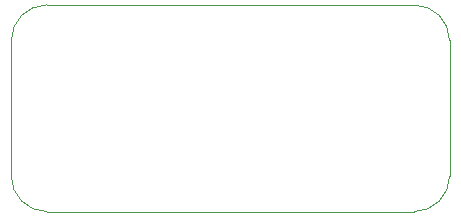
<source format=gbr>
%TF.GenerationSoftware,KiCad,Pcbnew,8.0.4*%
%TF.CreationDate,2024-08-19T16:14:03-07:00*%
%TF.ProjectId,LED flashlight,4c454420-666c-4617-9368-6c696768742e,rev?*%
%TF.SameCoordinates,Original*%
%TF.FileFunction,Profile,NP*%
%FSLAX46Y46*%
G04 Gerber Fmt 4.6, Leading zero omitted, Abs format (unit mm)*
G04 Created by KiCad (PCBNEW 8.0.4) date 2024-08-19 16:14:03*
%MOMM*%
%LPD*%
G01*
G04 APERTURE LIST*
%TA.AperFunction,Profile*%
%ADD10C,0.050000*%
%TD*%
G04 APERTURE END LIST*
D10*
X157890000Y-82910000D02*
G75*
G02*
X160890000Y-85910000I0J-3000000D01*
G01*
X123780000Y-85910000D02*
G75*
G02*
X126780000Y-82910000I3000000J0D01*
G01*
X160890000Y-97400000D02*
G75*
G02*
X157890000Y-100400000I-3000000J0D01*
G01*
X126780000Y-100400000D02*
G75*
G02*
X123780000Y-97400000I0J3000000D01*
G01*
X160890000Y-85910000D02*
X160890000Y-97400000D01*
X126780000Y-82910000D02*
X157890000Y-82910000D01*
X123780000Y-97400000D02*
X123780000Y-85910000D01*
X157890000Y-100400000D02*
X126780000Y-100400000D01*
M02*

</source>
